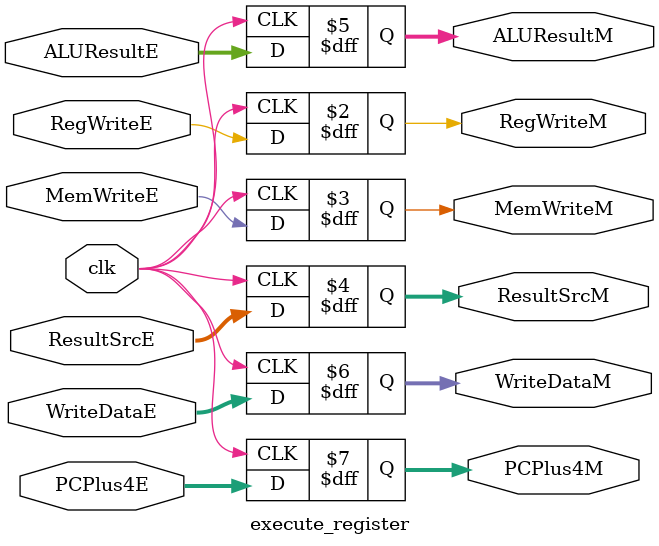
<source format=v>
`timescale 1ns / 1ps


module execute_register(
input clk,
input RegWriteE,MemWriteE,
input [1:0] ResultSrcE,
input [31:0] ALUResultE,WriteDataE,PCPlus4E,
output reg RegWriteM,MemWriteM,
output reg [1:0] ResultSrcM,
output reg [31:0] ALUResultM,WriteDataM,PCPlus4M
    );
    
    always @ (posedge clk)
    begin
        RegWriteM <= RegWriteE;
        MemWriteM <= MemWriteE;
        ResultSrcM <= ResultSrcE;
        ALUResultM <= ALUResultE;
        WriteDataM <= WriteDataE;
        PCPlus4M <= PCPlus4E;
    end
    
endmodule

</source>
